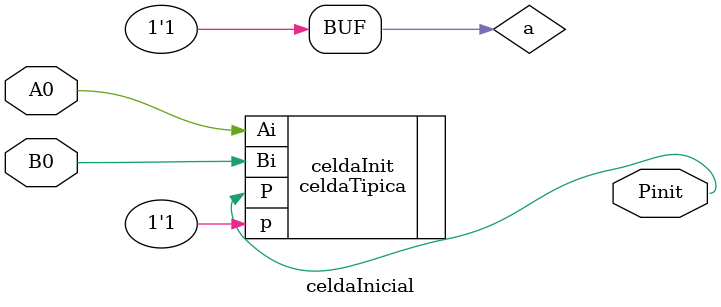
<source format=v>
module celdaInicial (
    input A0, B0,
    output Pinit
);
    reg a = 1'b1; //estado inicial 

    celdaTipica celdaInit (.p(a), .Ai(A0), .Bi(B0), .P(Pinit),); /* Evaluar celda típica en el estado inicial a: 1 */

endmodule
</source>
